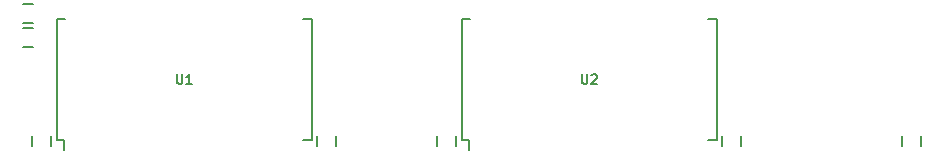
<source format=gto>
G04 #@! TF.GenerationSoftware,KiCad,Pcbnew,(5.1.10-1-10_14)*
G04 #@! TF.CreationDate,2021-07-02T01:33:12-04:00*
G04 #@! TF.ProjectId,GW4192-SOJ,47573431-3932-42d5-934f-4a2e6b696361,1.0-SOJ*
G04 #@! TF.SameCoordinates,Original*
G04 #@! TF.FileFunction,Legend,Top*
G04 #@! TF.FilePolarity,Positive*
%FSLAX46Y46*%
G04 Gerber Fmt 4.6, Leading zero omitted, Abs format (unit mm)*
G04 Created by KiCad (PCBNEW (5.1.10-1-10_14)) date 2021-07-02 01:33:12*
%MOMM*%
%LPD*%
G01*
G04 APERTURE LIST*
%ADD10C,0.152400*%
%ADD11C,0.200000*%
%ADD12C,0.203200*%
%ADD13C,0.952400*%
%ADD14C,1.448000*%
G04 APERTURE END LIST*
D10*
X118910000Y-94819100D02*
X118910000Y-95631900D01*
X117310000Y-94819100D02*
X117310000Y-95631900D01*
X107150000Y-94819100D02*
X107150000Y-95631900D01*
X108750000Y-94819100D02*
X108750000Y-95631900D01*
X141440000Y-94819100D02*
X141440000Y-95631900D01*
X143040000Y-94819100D02*
X143040000Y-95631900D01*
X83020000Y-95631900D02*
X83020000Y-94819100D01*
X84620000Y-95631900D02*
X84620000Y-94819100D01*
X158280000Y-95631900D02*
X158280000Y-94819100D01*
X156680000Y-95631900D02*
X156680000Y-94819100D01*
X83083400Y-87287000D02*
X82270600Y-87287000D01*
X83083400Y-85687000D02*
X82270600Y-85687000D01*
X82270600Y-85255000D02*
X83083400Y-85255000D01*
X82270600Y-83655000D02*
X83083400Y-83655000D01*
D11*
X85740000Y-95188000D02*
X85740000Y-96012000D01*
X106680000Y-95123000D02*
X106680000Y-84898000D01*
X85090000Y-95188000D02*
X85090000Y-84898000D01*
X106680000Y-95188000D02*
X105935000Y-95188000D01*
X106680000Y-84898000D02*
X105935000Y-84898000D01*
X85090000Y-84898000D02*
X85835000Y-84898000D01*
X85090000Y-95188000D02*
X85740000Y-95188000D01*
X119380000Y-95188000D02*
X120030000Y-95188000D01*
X119380000Y-84898000D02*
X120125000Y-84898000D01*
X140970000Y-84898000D02*
X140225000Y-84898000D01*
X140970000Y-95188000D02*
X140225000Y-95188000D01*
X119380000Y-95188000D02*
X119380000Y-84898000D01*
X140970000Y-95123000D02*
X140970000Y-84898000D01*
X120030000Y-95188000D02*
X120030000Y-96012000D01*
D12*
X95265723Y-89597895D02*
X95265723Y-90255876D01*
X95304428Y-90333285D01*
X95343133Y-90371990D01*
X95420542Y-90410695D01*
X95575361Y-90410695D01*
X95652771Y-90371990D01*
X95691476Y-90333285D01*
X95730180Y-90255876D01*
X95730180Y-89597895D01*
X96542980Y-90410695D02*
X96078523Y-90410695D01*
X96310752Y-90410695D02*
X96310752Y-89597895D01*
X96233342Y-89714009D01*
X96155933Y-89791419D01*
X96078523Y-89830123D01*
X129555723Y-89597895D02*
X129555723Y-90255876D01*
X129594428Y-90333285D01*
X129633133Y-90371990D01*
X129710542Y-90410695D01*
X129865361Y-90410695D01*
X129942771Y-90371990D01*
X129981476Y-90333285D01*
X130020180Y-90255876D01*
X130020180Y-89597895D01*
X130368523Y-89675304D02*
X130407228Y-89636600D01*
X130484638Y-89597895D01*
X130678161Y-89597895D01*
X130755571Y-89636600D01*
X130794276Y-89675304D01*
X130832980Y-89752714D01*
X130832980Y-89830123D01*
X130794276Y-89946238D01*
X130329819Y-90410695D01*
X130832980Y-90410695D01*
%LPC*%
G36*
G01*
X82854800Y-100939600D02*
X82854800Y-99212400D01*
G75*
G02*
X83337400Y-98729800I482600J0D01*
G01*
X84302600Y-98729800D01*
G75*
G02*
X84785200Y-99212400I0J-482600D01*
G01*
X84785200Y-100939600D01*
G75*
G02*
X84302600Y-101422200I-482600J0D01*
G01*
X83337400Y-101422200D01*
G75*
G02*
X82854800Y-100939600I0J482600D01*
G01*
G37*
G36*
G01*
X85394800Y-100939600D02*
X85394800Y-99212400D01*
G75*
G02*
X85877400Y-98729800I482600J0D01*
G01*
X86842600Y-98729800D01*
G75*
G02*
X87325200Y-99212400I0J-482600D01*
G01*
X87325200Y-100939600D01*
G75*
G02*
X86842600Y-101422200I-482600J0D01*
G01*
X85877400Y-101422200D01*
G75*
G02*
X85394800Y-100939600I0J482600D01*
G01*
G37*
D13*
X88900000Y-98806000D03*
G36*
G01*
X108254800Y-100939600D02*
X108254800Y-99212400D01*
G75*
G02*
X108737400Y-98729800I482600J0D01*
G01*
X109702600Y-98729800D01*
G75*
G02*
X110185200Y-99212400I0J-482600D01*
G01*
X110185200Y-100939600D01*
G75*
G02*
X109702600Y-101422200I-482600J0D01*
G01*
X108737400Y-101422200D01*
G75*
G02*
X108254800Y-100939600I0J482600D01*
G01*
G37*
G36*
G01*
X93014800Y-100939600D02*
X93014800Y-99212400D01*
G75*
G02*
X93497400Y-98729800I482600J0D01*
G01*
X94462600Y-98729800D01*
G75*
G02*
X94945200Y-99212400I0J-482600D01*
G01*
X94945200Y-100939600D01*
G75*
G02*
X94462600Y-101422200I-482600J0D01*
G01*
X93497400Y-101422200D01*
G75*
G02*
X93014800Y-100939600I0J482600D01*
G01*
G37*
G36*
G01*
X110794800Y-100939600D02*
X110794800Y-99212400D01*
G75*
G02*
X111277400Y-98729800I482600J0D01*
G01*
X112242600Y-98729800D01*
G75*
G02*
X112725200Y-99212400I0J-482600D01*
G01*
X112725200Y-100939600D01*
G75*
G02*
X112242600Y-101422200I-482600J0D01*
G01*
X111277400Y-101422200D01*
G75*
G02*
X110794800Y-100939600I0J482600D01*
G01*
G37*
G36*
G01*
X146354800Y-100939600D02*
X146354800Y-99212400D01*
G75*
G02*
X146837400Y-98729800I482600J0D01*
G01*
X147802600Y-98729800D01*
G75*
G02*
X148285200Y-99212400I0J-482600D01*
G01*
X148285200Y-100939600D01*
G75*
G02*
X147802600Y-101422200I-482600J0D01*
G01*
X146837400Y-101422200D01*
G75*
G02*
X146354800Y-100939600I0J482600D01*
G01*
G37*
G36*
G01*
X113334800Y-100939600D02*
X113334800Y-99212400D01*
G75*
G02*
X113817400Y-98729800I482600J0D01*
G01*
X114782600Y-98729800D01*
G75*
G02*
X115265200Y-99212400I0J-482600D01*
G01*
X115265200Y-100939600D01*
G75*
G02*
X114782600Y-101422200I-482600J0D01*
G01*
X113817400Y-101422200D01*
G75*
G02*
X113334800Y-100939600I0J482600D01*
G01*
G37*
G36*
G01*
X115874800Y-100939600D02*
X115874800Y-99212400D01*
G75*
G02*
X116357400Y-98729800I482600J0D01*
G01*
X117322600Y-98729800D01*
G75*
G02*
X117805200Y-99212400I0J-482600D01*
G01*
X117805200Y-100939600D01*
G75*
G02*
X117322600Y-101422200I-482600J0D01*
G01*
X116357400Y-101422200D01*
G75*
G02*
X115874800Y-100939600I0J482600D01*
G01*
G37*
G36*
G01*
X90474800Y-100939600D02*
X90474800Y-99212400D01*
G75*
G02*
X90957400Y-98729800I482600J0D01*
G01*
X91922600Y-98729800D01*
G75*
G02*
X92405200Y-99212400I0J-482600D01*
G01*
X92405200Y-100939600D01*
G75*
G02*
X91922600Y-101422200I-482600J0D01*
G01*
X90957400Y-101422200D01*
G75*
G02*
X90474800Y-100939600I0J482600D01*
G01*
G37*
G36*
G01*
X153974800Y-100939600D02*
X153974800Y-99212400D01*
G75*
G02*
X154457400Y-98729800I482600J0D01*
G01*
X155422600Y-98729800D01*
G75*
G02*
X155905200Y-99212400I0J-482600D01*
G01*
X155905200Y-100939600D01*
G75*
G02*
X155422600Y-101422200I-482600J0D01*
G01*
X154457400Y-101422200D01*
G75*
G02*
X153974800Y-100939600I0J482600D01*
G01*
G37*
G36*
G01*
X87934800Y-100939600D02*
X87934800Y-99212400D01*
G75*
G02*
X88417400Y-98729800I482600J0D01*
G01*
X89382600Y-98729800D01*
G75*
G02*
X89865200Y-99212400I0J-482600D01*
G01*
X89865200Y-100939600D01*
G75*
G02*
X89382600Y-101422200I-482600J0D01*
G01*
X88417400Y-101422200D01*
G75*
G02*
X87934800Y-100939600I0J482600D01*
G01*
G37*
G36*
G01*
X141274800Y-100939600D02*
X141274800Y-99212400D01*
G75*
G02*
X141757400Y-98729800I482600J0D01*
G01*
X142722600Y-98729800D01*
G75*
G02*
X143205200Y-99212400I0J-482600D01*
G01*
X143205200Y-100939600D01*
G75*
G02*
X142722600Y-101422200I-482600J0D01*
G01*
X141757400Y-101422200D01*
G75*
G02*
X141274800Y-100939600I0J482600D01*
G01*
G37*
G36*
G01*
X120954800Y-100939600D02*
X120954800Y-99212400D01*
G75*
G02*
X121437400Y-98729800I482600J0D01*
G01*
X122402600Y-98729800D01*
G75*
G02*
X122885200Y-99212400I0J-482600D01*
G01*
X122885200Y-100939600D01*
G75*
G02*
X122402600Y-101422200I-482600J0D01*
G01*
X121437400Y-101422200D01*
G75*
G02*
X120954800Y-100939600I0J482600D01*
G01*
G37*
G36*
G01*
X131114800Y-100939600D02*
X131114800Y-99212400D01*
G75*
G02*
X131597400Y-98729800I482600J0D01*
G01*
X132562600Y-98729800D01*
G75*
G02*
X133045200Y-99212400I0J-482600D01*
G01*
X133045200Y-100939600D01*
G75*
G02*
X132562600Y-101422200I-482600J0D01*
G01*
X131597400Y-101422200D01*
G75*
G02*
X131114800Y-100939600I0J482600D01*
G01*
G37*
G36*
G01*
X138734800Y-100939600D02*
X138734800Y-99212400D01*
G75*
G02*
X139217400Y-98729800I482600J0D01*
G01*
X140182600Y-98729800D01*
G75*
G02*
X140665200Y-99212400I0J-482600D01*
G01*
X140665200Y-100939600D01*
G75*
G02*
X140182600Y-101422200I-482600J0D01*
G01*
X139217400Y-101422200D01*
G75*
G02*
X138734800Y-100939600I0J482600D01*
G01*
G37*
G36*
G01*
X103174800Y-100939600D02*
X103174800Y-99212400D01*
G75*
G02*
X103657400Y-98729800I482600J0D01*
G01*
X104622600Y-98729800D01*
G75*
G02*
X105105200Y-99212400I0J-482600D01*
G01*
X105105200Y-100939600D01*
G75*
G02*
X104622600Y-101422200I-482600J0D01*
G01*
X103657400Y-101422200D01*
G75*
G02*
X103174800Y-100939600I0J482600D01*
G01*
G37*
G36*
G01*
X126034800Y-100939600D02*
X126034800Y-99212400D01*
G75*
G02*
X126517400Y-98729800I482600J0D01*
G01*
X127482600Y-98729800D01*
G75*
G02*
X127965200Y-99212400I0J-482600D01*
G01*
X127965200Y-100939600D01*
G75*
G02*
X127482600Y-101422200I-482600J0D01*
G01*
X126517400Y-101422200D01*
G75*
G02*
X126034800Y-100939600I0J482600D01*
G01*
G37*
G36*
G01*
X133654800Y-100939600D02*
X133654800Y-99212400D01*
G75*
G02*
X134137400Y-98729800I482600J0D01*
G01*
X135102600Y-98729800D01*
G75*
G02*
X135585200Y-99212400I0J-482600D01*
G01*
X135585200Y-100939600D01*
G75*
G02*
X135102600Y-101422200I-482600J0D01*
G01*
X134137400Y-101422200D01*
G75*
G02*
X133654800Y-100939600I0J482600D01*
G01*
G37*
G36*
G01*
X128574800Y-100939600D02*
X128574800Y-99212400D01*
G75*
G02*
X129057400Y-98729800I482600J0D01*
G01*
X130022600Y-98729800D01*
G75*
G02*
X130505200Y-99212400I0J-482600D01*
G01*
X130505200Y-100939600D01*
G75*
G02*
X130022600Y-101422200I-482600J0D01*
G01*
X129057400Y-101422200D01*
G75*
G02*
X128574800Y-100939600I0J482600D01*
G01*
G37*
G36*
G01*
X105714800Y-100939600D02*
X105714800Y-99212400D01*
G75*
G02*
X106197400Y-98729800I482600J0D01*
G01*
X107162600Y-98729800D01*
G75*
G02*
X107645200Y-99212400I0J-482600D01*
G01*
X107645200Y-100939600D01*
G75*
G02*
X107162600Y-101422200I-482600J0D01*
G01*
X106197400Y-101422200D01*
G75*
G02*
X105714800Y-100939600I0J482600D01*
G01*
G37*
G36*
G01*
X136194800Y-100939600D02*
X136194800Y-99212400D01*
G75*
G02*
X136677400Y-98729800I482600J0D01*
G01*
X137642600Y-98729800D01*
G75*
G02*
X138125200Y-99212400I0J-482600D01*
G01*
X138125200Y-100939600D01*
G75*
G02*
X137642600Y-101422200I-482600J0D01*
G01*
X136677400Y-101422200D01*
G75*
G02*
X136194800Y-100939600I0J482600D01*
G01*
G37*
G36*
G01*
X95554800Y-100939600D02*
X95554800Y-99212400D01*
G75*
G02*
X96037400Y-98729800I482600J0D01*
G01*
X97002600Y-98729800D01*
G75*
G02*
X97485200Y-99212400I0J-482600D01*
G01*
X97485200Y-100939600D01*
G75*
G02*
X97002600Y-101422200I-482600J0D01*
G01*
X96037400Y-101422200D01*
G75*
G02*
X95554800Y-100939600I0J482600D01*
G01*
G37*
G36*
G01*
X123494800Y-100939600D02*
X123494800Y-99212400D01*
G75*
G02*
X123977400Y-98729800I482600J0D01*
G01*
X124942600Y-98729800D01*
G75*
G02*
X125425200Y-99212400I0J-482600D01*
G01*
X125425200Y-100939600D01*
G75*
G02*
X124942600Y-101422200I-482600J0D01*
G01*
X123977400Y-101422200D01*
G75*
G02*
X123494800Y-100939600I0J482600D01*
G01*
G37*
G36*
G01*
X98094800Y-100939600D02*
X98094800Y-99212400D01*
G75*
G02*
X98577400Y-98729800I482600J0D01*
G01*
X99542600Y-98729800D01*
G75*
G02*
X100025200Y-99212400I0J-482600D01*
G01*
X100025200Y-100939600D01*
G75*
G02*
X99542600Y-101422200I-482600J0D01*
G01*
X98577400Y-101422200D01*
G75*
G02*
X98094800Y-100939600I0J482600D01*
G01*
G37*
G36*
G01*
X100634800Y-100939600D02*
X100634800Y-99212400D01*
G75*
G02*
X101117400Y-98729800I482600J0D01*
G01*
X102082600Y-98729800D01*
G75*
G02*
X102565200Y-99212400I0J-482600D01*
G01*
X102565200Y-100939600D01*
G75*
G02*
X102082600Y-101422200I-482600J0D01*
G01*
X101117400Y-101422200D01*
G75*
G02*
X100634800Y-100939600I0J482600D01*
G01*
G37*
G36*
G01*
X148894800Y-100939600D02*
X148894800Y-99212400D01*
G75*
G02*
X149377400Y-98729800I482600J0D01*
G01*
X150342600Y-98729800D01*
G75*
G02*
X150825200Y-99212400I0J-482600D01*
G01*
X150825200Y-100939600D01*
G75*
G02*
X150342600Y-101422200I-482600J0D01*
G01*
X149377400Y-101422200D01*
G75*
G02*
X148894800Y-100939600I0J482600D01*
G01*
G37*
G36*
G01*
X151434800Y-100939600D02*
X151434800Y-99212400D01*
G75*
G02*
X151917400Y-98729800I482600J0D01*
G01*
X152882600Y-98729800D01*
G75*
G02*
X153365200Y-99212400I0J-482600D01*
G01*
X153365200Y-100939600D01*
G75*
G02*
X152882600Y-101422200I-482600J0D01*
G01*
X151917400Y-101422200D01*
G75*
G02*
X151434800Y-100939600I0J482600D01*
G01*
G37*
G36*
G01*
X156514800Y-100939600D02*
X156514800Y-99212400D01*
G75*
G02*
X156997400Y-98729800I482600J0D01*
G01*
X157962600Y-98729800D01*
G75*
G02*
X158445200Y-99212400I0J-482600D01*
G01*
X158445200Y-100939600D01*
G75*
G02*
X157962600Y-101422200I-482600J0D01*
G01*
X156997400Y-101422200D01*
G75*
G02*
X156514800Y-100939600I0J482600D01*
G01*
G37*
G36*
G01*
X118414800Y-100939600D02*
X118414800Y-99212400D01*
G75*
G02*
X118897400Y-98729800I482600J0D01*
G01*
X119862600Y-98729800D01*
G75*
G02*
X120345200Y-99212400I0J-482600D01*
G01*
X120345200Y-100939600D01*
G75*
G02*
X119862600Y-101422200I-482600J0D01*
G01*
X118897400Y-101422200D01*
G75*
G02*
X118414800Y-100939600I0J482600D01*
G01*
G37*
G36*
G01*
X143814800Y-100939600D02*
X143814800Y-99212400D01*
G75*
G02*
X144297400Y-98729800I482600J0D01*
G01*
X145262600Y-98729800D01*
G75*
G02*
X145745200Y-99212400I0J-482600D01*
G01*
X145745200Y-100939600D01*
G75*
G02*
X145262600Y-101422200I-482600J0D01*
G01*
X144297400Y-101422200D01*
G75*
G02*
X143814800Y-100939600I0J482600D01*
G01*
G37*
X86360000Y-98806000D03*
X83820000Y-98806000D03*
X93980000Y-98806000D03*
X91440000Y-98806000D03*
X96520000Y-98806000D03*
X99060000Y-98806000D03*
X104140000Y-98806000D03*
X101600000Y-98806000D03*
X109220000Y-98806000D03*
X106680000Y-98806000D03*
X111760000Y-98806000D03*
X116840000Y-98806000D03*
X114300000Y-98806000D03*
X119380000Y-98806000D03*
X124460000Y-98806000D03*
X121920000Y-98806000D03*
X127000000Y-98806000D03*
X149860000Y-98806000D03*
X147320000Y-98806000D03*
X152400000Y-98806000D03*
X134620000Y-98806000D03*
X132080000Y-98806000D03*
X137160000Y-98806000D03*
X142240000Y-98806000D03*
X139700000Y-98806000D03*
X144780000Y-98806000D03*
X129540000Y-98806000D03*
X154940000Y-98806000D03*
X157480000Y-98806000D03*
D14*
X163576000Y-100076000D03*
X79756000Y-100076000D03*
X163576000Y-82296000D03*
G36*
G01*
X117647500Y-95500500D02*
X118572500Y-95500500D01*
G75*
G02*
X118860000Y-95788000I0J-287500D01*
G01*
X118860000Y-96363000D01*
G75*
G02*
X118572500Y-96650500I-287500J0D01*
G01*
X117647500Y-96650500D01*
G75*
G02*
X117360000Y-96363000I0J287500D01*
G01*
X117360000Y-95788000D01*
G75*
G02*
X117647500Y-95500500I287500J0D01*
G01*
G37*
G36*
G01*
X117647500Y-93800500D02*
X118572500Y-93800500D01*
G75*
G02*
X118860000Y-94088000I0J-287500D01*
G01*
X118860000Y-94663000D01*
G75*
G02*
X118572500Y-94950500I-287500J0D01*
G01*
X117647500Y-94950500D01*
G75*
G02*
X117360000Y-94663000I0J287500D01*
G01*
X117360000Y-94088000D01*
G75*
G02*
X117647500Y-93800500I287500J0D01*
G01*
G37*
G36*
G01*
X107487500Y-93800500D02*
X108412500Y-93800500D01*
G75*
G02*
X108700000Y-94088000I0J-287500D01*
G01*
X108700000Y-94663000D01*
G75*
G02*
X108412500Y-94950500I-287500J0D01*
G01*
X107487500Y-94950500D01*
G75*
G02*
X107200000Y-94663000I0J287500D01*
G01*
X107200000Y-94088000D01*
G75*
G02*
X107487500Y-93800500I287500J0D01*
G01*
G37*
G36*
G01*
X107487500Y-95500500D02*
X108412500Y-95500500D01*
G75*
G02*
X108700000Y-95788000I0J-287500D01*
G01*
X108700000Y-96363000D01*
G75*
G02*
X108412500Y-96650500I-287500J0D01*
G01*
X107487500Y-96650500D01*
G75*
G02*
X107200000Y-96363000I0J287500D01*
G01*
X107200000Y-95788000D01*
G75*
G02*
X107487500Y-95500500I287500J0D01*
G01*
G37*
G36*
G01*
X141777500Y-93800500D02*
X142702500Y-93800500D01*
G75*
G02*
X142990000Y-94088000I0J-287500D01*
G01*
X142990000Y-94663000D01*
G75*
G02*
X142702500Y-94950500I-287500J0D01*
G01*
X141777500Y-94950500D01*
G75*
G02*
X141490000Y-94663000I0J287500D01*
G01*
X141490000Y-94088000D01*
G75*
G02*
X141777500Y-93800500I287500J0D01*
G01*
G37*
G36*
G01*
X141777500Y-95500500D02*
X142702500Y-95500500D01*
G75*
G02*
X142990000Y-95788000I0J-287500D01*
G01*
X142990000Y-96363000D01*
G75*
G02*
X142702500Y-96650500I-287500J0D01*
G01*
X141777500Y-96650500D01*
G75*
G02*
X141490000Y-96363000I0J287500D01*
G01*
X141490000Y-95788000D01*
G75*
G02*
X141777500Y-95500500I287500J0D01*
G01*
G37*
G36*
G01*
X84282500Y-94950500D02*
X83357500Y-94950500D01*
G75*
G02*
X83070000Y-94663000I0J287500D01*
G01*
X83070000Y-94088000D01*
G75*
G02*
X83357500Y-93800500I287500J0D01*
G01*
X84282500Y-93800500D01*
G75*
G02*
X84570000Y-94088000I0J-287500D01*
G01*
X84570000Y-94663000D01*
G75*
G02*
X84282500Y-94950500I-287500J0D01*
G01*
G37*
G36*
G01*
X84282500Y-96650500D02*
X83357500Y-96650500D01*
G75*
G02*
X83070000Y-96363000I0J287500D01*
G01*
X83070000Y-95788000D01*
G75*
G02*
X83357500Y-95500500I287500J0D01*
G01*
X84282500Y-95500500D01*
G75*
G02*
X84570000Y-95788000I0J-287500D01*
G01*
X84570000Y-96363000D01*
G75*
G02*
X84282500Y-96650500I-287500J0D01*
G01*
G37*
G36*
G01*
X157942500Y-96650500D02*
X157017500Y-96650500D01*
G75*
G02*
X156730000Y-96363000I0J287500D01*
G01*
X156730000Y-95788000D01*
G75*
G02*
X157017500Y-95500500I287500J0D01*
G01*
X157942500Y-95500500D01*
G75*
G02*
X158230000Y-95788000I0J-287500D01*
G01*
X158230000Y-96363000D01*
G75*
G02*
X157942500Y-96650500I-287500J0D01*
G01*
G37*
G36*
G01*
X157942500Y-94950500D02*
X157017500Y-94950500D01*
G75*
G02*
X156730000Y-94663000I0J287500D01*
G01*
X156730000Y-94088000D01*
G75*
G02*
X157017500Y-93800500I287500J0D01*
G01*
X157942500Y-93800500D01*
G75*
G02*
X158230000Y-94088000I0J-287500D01*
G01*
X158230000Y-94663000D01*
G75*
G02*
X157942500Y-94950500I-287500J0D01*
G01*
G37*
G36*
G01*
X82202000Y-85974500D02*
X82202000Y-86999500D01*
G75*
G02*
X81964500Y-87237000I-237500J0D01*
G01*
X81489500Y-87237000D01*
G75*
G02*
X81252000Y-86999500I0J237500D01*
G01*
X81252000Y-85974500D01*
G75*
G02*
X81489500Y-85737000I237500J0D01*
G01*
X81964500Y-85737000D01*
G75*
G02*
X82202000Y-85974500I0J-237500D01*
G01*
G37*
G36*
G01*
X84102000Y-85974500D02*
X84102000Y-86999500D01*
G75*
G02*
X83864500Y-87237000I-237500J0D01*
G01*
X83389500Y-87237000D01*
G75*
G02*
X83152000Y-86999500I0J237500D01*
G01*
X83152000Y-85974500D01*
G75*
G02*
X83389500Y-85737000I237500J0D01*
G01*
X83864500Y-85737000D01*
G75*
G02*
X84102000Y-85974500I0J-237500D01*
G01*
G37*
G36*
G01*
X81252000Y-84967500D02*
X81252000Y-83942500D01*
G75*
G02*
X81489500Y-83705000I237500J0D01*
G01*
X81964500Y-83705000D01*
G75*
G02*
X82202000Y-83942500I0J-237500D01*
G01*
X82202000Y-84967500D01*
G75*
G02*
X81964500Y-85205000I-237500J0D01*
G01*
X81489500Y-85205000D01*
G75*
G02*
X81252000Y-84967500I0J237500D01*
G01*
G37*
G36*
G01*
X83152000Y-84967500D02*
X83152000Y-83942500D01*
G75*
G02*
X83389500Y-83705000I237500J0D01*
G01*
X83864500Y-83705000D01*
G75*
G02*
X84102000Y-83942500I0J-237500D01*
G01*
X84102000Y-84967500D01*
G75*
G02*
X83864500Y-85205000I-237500J0D01*
G01*
X83389500Y-85205000D01*
G75*
G02*
X83152000Y-84967500I0J237500D01*
G01*
G37*
X77724000Y-82296000D03*
G36*
G01*
X86535000Y-87172000D02*
X86185000Y-87172000D01*
G75*
G02*
X86010000Y-86997000I0J175000D01*
G01*
X86010000Y-84199000D01*
G75*
G02*
X86185000Y-84024000I175000J0D01*
G01*
X86535000Y-84024000D01*
G75*
G02*
X86710000Y-84199000I0J-175000D01*
G01*
X86710000Y-86997000D01*
G75*
G02*
X86535000Y-87172000I-175000J0D01*
G01*
G37*
G36*
G01*
X87805000Y-87172000D02*
X87455000Y-87172000D01*
G75*
G02*
X87280000Y-86997000I0J175000D01*
G01*
X87280000Y-84199000D01*
G75*
G02*
X87455000Y-84024000I175000J0D01*
G01*
X87805000Y-84024000D01*
G75*
G02*
X87980000Y-84199000I0J-175000D01*
G01*
X87980000Y-86997000D01*
G75*
G02*
X87805000Y-87172000I-175000J0D01*
G01*
G37*
G36*
G01*
X89075000Y-87172000D02*
X88725000Y-87172000D01*
G75*
G02*
X88550000Y-86997000I0J175000D01*
G01*
X88550000Y-84199000D01*
G75*
G02*
X88725000Y-84024000I175000J0D01*
G01*
X89075000Y-84024000D01*
G75*
G02*
X89250000Y-84199000I0J-175000D01*
G01*
X89250000Y-86997000D01*
G75*
G02*
X89075000Y-87172000I-175000J0D01*
G01*
G37*
G36*
G01*
X90345000Y-87172000D02*
X89995000Y-87172000D01*
G75*
G02*
X89820000Y-86997000I0J175000D01*
G01*
X89820000Y-84199000D01*
G75*
G02*
X89995000Y-84024000I175000J0D01*
G01*
X90345000Y-84024000D01*
G75*
G02*
X90520000Y-84199000I0J-175000D01*
G01*
X90520000Y-86997000D01*
G75*
G02*
X90345000Y-87172000I-175000J0D01*
G01*
G37*
G36*
G01*
X101425000Y-84024000D02*
X101775000Y-84024000D01*
G75*
G02*
X101950000Y-84199000I0J-175000D01*
G01*
X101950000Y-86997000D01*
G75*
G02*
X101775000Y-87172000I-175000J0D01*
G01*
X101425000Y-87172000D01*
G75*
G02*
X101250000Y-86997000I0J175000D01*
G01*
X101250000Y-84199000D01*
G75*
G02*
X101425000Y-84024000I175000J0D01*
G01*
G37*
G36*
G01*
X102695000Y-84024000D02*
X103045000Y-84024000D01*
G75*
G02*
X103220000Y-84199000I0J-175000D01*
G01*
X103220000Y-86997000D01*
G75*
G02*
X103045000Y-87172000I-175000J0D01*
G01*
X102695000Y-87172000D01*
G75*
G02*
X102520000Y-86997000I0J175000D01*
G01*
X102520000Y-84199000D01*
G75*
G02*
X102695000Y-84024000I175000J0D01*
G01*
G37*
G36*
G01*
X103965000Y-84024000D02*
X104315000Y-84024000D01*
G75*
G02*
X104490000Y-84199000I0J-175000D01*
G01*
X104490000Y-86997000D01*
G75*
G02*
X104315000Y-87172000I-175000J0D01*
G01*
X103965000Y-87172000D01*
G75*
G02*
X103790000Y-86997000I0J175000D01*
G01*
X103790000Y-84199000D01*
G75*
G02*
X103965000Y-84024000I175000J0D01*
G01*
G37*
G36*
G01*
X105235000Y-84024000D02*
X105585000Y-84024000D01*
G75*
G02*
X105760000Y-84199000I0J-175000D01*
G01*
X105760000Y-86997000D01*
G75*
G02*
X105585000Y-87172000I-175000J0D01*
G01*
X105235000Y-87172000D01*
G75*
G02*
X105060000Y-86997000I0J175000D01*
G01*
X105060000Y-84199000D01*
G75*
G02*
X105235000Y-84024000I175000J0D01*
G01*
G37*
G36*
G01*
X105585000Y-96062000D02*
X105235000Y-96062000D01*
G75*
G02*
X105060000Y-95887000I0J175000D01*
G01*
X105060000Y-93089000D01*
G75*
G02*
X105235000Y-92914000I175000J0D01*
G01*
X105585000Y-92914000D01*
G75*
G02*
X105760000Y-93089000I0J-175000D01*
G01*
X105760000Y-95887000D01*
G75*
G02*
X105585000Y-96062000I-175000J0D01*
G01*
G37*
G36*
G01*
X104315000Y-96062000D02*
X103965000Y-96062000D01*
G75*
G02*
X103790000Y-95887000I0J175000D01*
G01*
X103790000Y-93089000D01*
G75*
G02*
X103965000Y-92914000I175000J0D01*
G01*
X104315000Y-92914000D01*
G75*
G02*
X104490000Y-93089000I0J-175000D01*
G01*
X104490000Y-95887000D01*
G75*
G02*
X104315000Y-96062000I-175000J0D01*
G01*
G37*
G36*
G01*
X94155000Y-96062000D02*
X93805000Y-96062000D01*
G75*
G02*
X93630000Y-95887000I0J175000D01*
G01*
X93630000Y-93089000D01*
G75*
G02*
X93805000Y-92914000I175000J0D01*
G01*
X94155000Y-92914000D01*
G75*
G02*
X94330000Y-93089000I0J-175000D01*
G01*
X94330000Y-95887000D01*
G75*
G02*
X94155000Y-96062000I-175000J0D01*
G01*
G37*
G36*
G01*
X94155000Y-87172000D02*
X93805000Y-87172000D01*
G75*
G02*
X93630000Y-86997000I0J175000D01*
G01*
X93630000Y-84199000D01*
G75*
G02*
X93805000Y-84024000I175000J0D01*
G01*
X94155000Y-84024000D01*
G75*
G02*
X94330000Y-84199000I0J-175000D01*
G01*
X94330000Y-86997000D01*
G75*
G02*
X94155000Y-87172000I-175000J0D01*
G01*
G37*
G36*
G01*
X95425000Y-87172000D02*
X95075000Y-87172000D01*
G75*
G02*
X94900000Y-86997000I0J175000D01*
G01*
X94900000Y-84199000D01*
G75*
G02*
X95075000Y-84024000I175000J0D01*
G01*
X95425000Y-84024000D01*
G75*
G02*
X95600000Y-84199000I0J-175000D01*
G01*
X95600000Y-86997000D01*
G75*
G02*
X95425000Y-87172000I-175000J0D01*
G01*
G37*
G36*
G01*
X96695000Y-87172000D02*
X96345000Y-87172000D01*
G75*
G02*
X96170000Y-86997000I0J175000D01*
G01*
X96170000Y-84199000D01*
G75*
G02*
X96345000Y-84024000I175000J0D01*
G01*
X96695000Y-84024000D01*
G75*
G02*
X96870000Y-84199000I0J-175000D01*
G01*
X96870000Y-86997000D01*
G75*
G02*
X96695000Y-87172000I-175000J0D01*
G01*
G37*
G36*
G01*
X97965000Y-87172000D02*
X97615000Y-87172000D01*
G75*
G02*
X97440000Y-86997000I0J175000D01*
G01*
X97440000Y-84199000D01*
G75*
G02*
X97615000Y-84024000I175000J0D01*
G01*
X97965000Y-84024000D01*
G75*
G02*
X98140000Y-84199000I0J-175000D01*
G01*
X98140000Y-86997000D01*
G75*
G02*
X97965000Y-87172000I-175000J0D01*
G01*
G37*
G36*
G01*
X99235000Y-87172000D02*
X98885000Y-87172000D01*
G75*
G02*
X98710000Y-86997000I0J175000D01*
G01*
X98710000Y-84199000D01*
G75*
G02*
X98885000Y-84024000I175000J0D01*
G01*
X99235000Y-84024000D01*
G75*
G02*
X99410000Y-84199000I0J-175000D01*
G01*
X99410000Y-86997000D01*
G75*
G02*
X99235000Y-87172000I-175000J0D01*
G01*
G37*
G36*
G01*
X101775000Y-96062000D02*
X101425000Y-96062000D01*
G75*
G02*
X101250000Y-95887000I0J175000D01*
G01*
X101250000Y-93089000D01*
G75*
G02*
X101425000Y-92914000I175000J0D01*
G01*
X101775000Y-92914000D01*
G75*
G02*
X101950000Y-93089000I0J-175000D01*
G01*
X101950000Y-95887000D01*
G75*
G02*
X101775000Y-96062000I-175000J0D01*
G01*
G37*
G36*
G01*
X100505000Y-96062000D02*
X100155000Y-96062000D01*
G75*
G02*
X99980000Y-95887000I0J175000D01*
G01*
X99980000Y-93089000D01*
G75*
G02*
X100155000Y-92914000I175000J0D01*
G01*
X100505000Y-92914000D01*
G75*
G02*
X100680000Y-93089000I0J-175000D01*
G01*
X100680000Y-95887000D01*
G75*
G02*
X100505000Y-96062000I-175000J0D01*
G01*
G37*
G36*
G01*
X99235000Y-96062000D02*
X98885000Y-96062000D01*
G75*
G02*
X98710000Y-95887000I0J175000D01*
G01*
X98710000Y-93089000D01*
G75*
G02*
X98885000Y-92914000I175000J0D01*
G01*
X99235000Y-92914000D01*
G75*
G02*
X99410000Y-93089000I0J-175000D01*
G01*
X99410000Y-95887000D01*
G75*
G02*
X99235000Y-96062000I-175000J0D01*
G01*
G37*
G36*
G01*
X97965000Y-96062000D02*
X97615000Y-96062000D01*
G75*
G02*
X97440000Y-95887000I0J175000D01*
G01*
X97440000Y-93089000D01*
G75*
G02*
X97615000Y-92914000I175000J0D01*
G01*
X97965000Y-92914000D01*
G75*
G02*
X98140000Y-93089000I0J-175000D01*
G01*
X98140000Y-95887000D01*
G75*
G02*
X97965000Y-96062000I-175000J0D01*
G01*
G37*
G36*
G01*
X96695000Y-96062000D02*
X96345000Y-96062000D01*
G75*
G02*
X96170000Y-95887000I0J175000D01*
G01*
X96170000Y-93089000D01*
G75*
G02*
X96345000Y-92914000I175000J0D01*
G01*
X96695000Y-92914000D01*
G75*
G02*
X96870000Y-93089000I0J-175000D01*
G01*
X96870000Y-95887000D01*
G75*
G02*
X96695000Y-96062000I-175000J0D01*
G01*
G37*
G36*
G01*
X91615000Y-96062000D02*
X91265000Y-96062000D01*
G75*
G02*
X91090000Y-95887000I0J175000D01*
G01*
X91090000Y-93089000D01*
G75*
G02*
X91265000Y-92914000I175000J0D01*
G01*
X91615000Y-92914000D01*
G75*
G02*
X91790000Y-93089000I0J-175000D01*
G01*
X91790000Y-95887000D01*
G75*
G02*
X91615000Y-96062000I-175000J0D01*
G01*
G37*
G36*
G01*
X90345000Y-96062000D02*
X89995000Y-96062000D01*
G75*
G02*
X89820000Y-95887000I0J175000D01*
G01*
X89820000Y-93089000D01*
G75*
G02*
X89995000Y-92914000I175000J0D01*
G01*
X90345000Y-92914000D01*
G75*
G02*
X90520000Y-93089000I0J-175000D01*
G01*
X90520000Y-95887000D01*
G75*
G02*
X90345000Y-96062000I-175000J0D01*
G01*
G37*
G36*
G01*
X89075000Y-96062000D02*
X88725000Y-96062000D01*
G75*
G02*
X88550000Y-95887000I0J175000D01*
G01*
X88550000Y-93089000D01*
G75*
G02*
X88725000Y-92914000I175000J0D01*
G01*
X89075000Y-92914000D01*
G75*
G02*
X89250000Y-93089000I0J-175000D01*
G01*
X89250000Y-95887000D01*
G75*
G02*
X89075000Y-96062000I-175000J0D01*
G01*
G37*
G36*
G01*
X87805000Y-96062000D02*
X87455000Y-96062000D01*
G75*
G02*
X87280000Y-95887000I0J175000D01*
G01*
X87280000Y-93089000D01*
G75*
G02*
X87455000Y-92914000I175000J0D01*
G01*
X87805000Y-92914000D01*
G75*
G02*
X87980000Y-93089000I0J-175000D01*
G01*
X87980000Y-95887000D01*
G75*
G02*
X87805000Y-96062000I-175000J0D01*
G01*
G37*
G36*
G01*
X86535000Y-96062000D02*
X86185000Y-96062000D01*
G75*
G02*
X86010000Y-95887000I0J175000D01*
G01*
X86010000Y-93089000D01*
G75*
G02*
X86185000Y-92914000I175000J0D01*
G01*
X86535000Y-92914000D01*
G75*
G02*
X86710000Y-93089000I0J-175000D01*
G01*
X86710000Y-95887000D01*
G75*
G02*
X86535000Y-96062000I-175000J0D01*
G01*
G37*
G36*
G01*
X100505000Y-87172000D02*
X100155000Y-87172000D01*
G75*
G02*
X99980000Y-86997000I0J175000D01*
G01*
X99980000Y-84199000D01*
G75*
G02*
X100155000Y-84024000I175000J0D01*
G01*
X100505000Y-84024000D01*
G75*
G02*
X100680000Y-84199000I0J-175000D01*
G01*
X100680000Y-86997000D01*
G75*
G02*
X100505000Y-87172000I-175000J0D01*
G01*
G37*
G36*
G01*
X92885000Y-96062000D02*
X92535000Y-96062000D01*
G75*
G02*
X92360000Y-95887000I0J175000D01*
G01*
X92360000Y-93089000D01*
G75*
G02*
X92535000Y-92914000I175000J0D01*
G01*
X92885000Y-92914000D01*
G75*
G02*
X93060000Y-93089000I0J-175000D01*
G01*
X93060000Y-95887000D01*
G75*
G02*
X92885000Y-96062000I-175000J0D01*
G01*
G37*
G36*
G01*
X95425000Y-96062000D02*
X95075000Y-96062000D01*
G75*
G02*
X94900000Y-95887000I0J175000D01*
G01*
X94900000Y-93089000D01*
G75*
G02*
X95075000Y-92914000I175000J0D01*
G01*
X95425000Y-92914000D01*
G75*
G02*
X95600000Y-93089000I0J-175000D01*
G01*
X95600000Y-95887000D01*
G75*
G02*
X95425000Y-96062000I-175000J0D01*
G01*
G37*
G36*
G01*
X103045000Y-96062000D02*
X102695000Y-96062000D01*
G75*
G02*
X102520000Y-95887000I0J175000D01*
G01*
X102520000Y-93089000D01*
G75*
G02*
X102695000Y-92914000I175000J0D01*
G01*
X103045000Y-92914000D01*
G75*
G02*
X103220000Y-93089000I0J-175000D01*
G01*
X103220000Y-95887000D01*
G75*
G02*
X103045000Y-96062000I-175000J0D01*
G01*
G37*
G36*
G01*
X92885000Y-87172000D02*
X92535000Y-87172000D01*
G75*
G02*
X92360000Y-86997000I0J175000D01*
G01*
X92360000Y-84199000D01*
G75*
G02*
X92535000Y-84024000I175000J0D01*
G01*
X92885000Y-84024000D01*
G75*
G02*
X93060000Y-84199000I0J-175000D01*
G01*
X93060000Y-86997000D01*
G75*
G02*
X92885000Y-87172000I-175000J0D01*
G01*
G37*
G36*
G01*
X91615000Y-87172000D02*
X91265000Y-87172000D01*
G75*
G02*
X91090000Y-86997000I0J175000D01*
G01*
X91090000Y-84199000D01*
G75*
G02*
X91265000Y-84024000I175000J0D01*
G01*
X91615000Y-84024000D01*
G75*
G02*
X91790000Y-84199000I0J-175000D01*
G01*
X91790000Y-86997000D01*
G75*
G02*
X91615000Y-87172000I-175000J0D01*
G01*
G37*
G36*
G01*
X125905000Y-87172000D02*
X125555000Y-87172000D01*
G75*
G02*
X125380000Y-86997000I0J175000D01*
G01*
X125380000Y-84199000D01*
G75*
G02*
X125555000Y-84024000I175000J0D01*
G01*
X125905000Y-84024000D01*
G75*
G02*
X126080000Y-84199000I0J-175000D01*
G01*
X126080000Y-86997000D01*
G75*
G02*
X125905000Y-87172000I-175000J0D01*
G01*
G37*
G36*
G01*
X127175000Y-87172000D02*
X126825000Y-87172000D01*
G75*
G02*
X126650000Y-86997000I0J175000D01*
G01*
X126650000Y-84199000D01*
G75*
G02*
X126825000Y-84024000I175000J0D01*
G01*
X127175000Y-84024000D01*
G75*
G02*
X127350000Y-84199000I0J-175000D01*
G01*
X127350000Y-86997000D01*
G75*
G02*
X127175000Y-87172000I-175000J0D01*
G01*
G37*
G36*
G01*
X137335000Y-96062000D02*
X136985000Y-96062000D01*
G75*
G02*
X136810000Y-95887000I0J175000D01*
G01*
X136810000Y-93089000D01*
G75*
G02*
X136985000Y-92914000I175000J0D01*
G01*
X137335000Y-92914000D01*
G75*
G02*
X137510000Y-93089000I0J-175000D01*
G01*
X137510000Y-95887000D01*
G75*
G02*
X137335000Y-96062000I-175000J0D01*
G01*
G37*
G36*
G01*
X129715000Y-96062000D02*
X129365000Y-96062000D01*
G75*
G02*
X129190000Y-95887000I0J175000D01*
G01*
X129190000Y-93089000D01*
G75*
G02*
X129365000Y-92914000I175000J0D01*
G01*
X129715000Y-92914000D01*
G75*
G02*
X129890000Y-93089000I0J-175000D01*
G01*
X129890000Y-95887000D01*
G75*
G02*
X129715000Y-96062000I-175000J0D01*
G01*
G37*
G36*
G01*
X127175000Y-96062000D02*
X126825000Y-96062000D01*
G75*
G02*
X126650000Y-95887000I0J175000D01*
G01*
X126650000Y-93089000D01*
G75*
G02*
X126825000Y-92914000I175000J0D01*
G01*
X127175000Y-92914000D01*
G75*
G02*
X127350000Y-93089000I0J-175000D01*
G01*
X127350000Y-95887000D01*
G75*
G02*
X127175000Y-96062000I-175000J0D01*
G01*
G37*
G36*
G01*
X134795000Y-87172000D02*
X134445000Y-87172000D01*
G75*
G02*
X134270000Y-86997000I0J175000D01*
G01*
X134270000Y-84199000D01*
G75*
G02*
X134445000Y-84024000I175000J0D01*
G01*
X134795000Y-84024000D01*
G75*
G02*
X134970000Y-84199000I0J-175000D01*
G01*
X134970000Y-86997000D01*
G75*
G02*
X134795000Y-87172000I-175000J0D01*
G01*
G37*
G36*
G01*
X120825000Y-96062000D02*
X120475000Y-96062000D01*
G75*
G02*
X120300000Y-95887000I0J175000D01*
G01*
X120300000Y-93089000D01*
G75*
G02*
X120475000Y-92914000I175000J0D01*
G01*
X120825000Y-92914000D01*
G75*
G02*
X121000000Y-93089000I0J-175000D01*
G01*
X121000000Y-95887000D01*
G75*
G02*
X120825000Y-96062000I-175000J0D01*
G01*
G37*
G36*
G01*
X122095000Y-96062000D02*
X121745000Y-96062000D01*
G75*
G02*
X121570000Y-95887000I0J175000D01*
G01*
X121570000Y-93089000D01*
G75*
G02*
X121745000Y-92914000I175000J0D01*
G01*
X122095000Y-92914000D01*
G75*
G02*
X122270000Y-93089000I0J-175000D01*
G01*
X122270000Y-95887000D01*
G75*
G02*
X122095000Y-96062000I-175000J0D01*
G01*
G37*
G36*
G01*
X123365000Y-96062000D02*
X123015000Y-96062000D01*
G75*
G02*
X122840000Y-95887000I0J175000D01*
G01*
X122840000Y-93089000D01*
G75*
G02*
X123015000Y-92914000I175000J0D01*
G01*
X123365000Y-92914000D01*
G75*
G02*
X123540000Y-93089000I0J-175000D01*
G01*
X123540000Y-95887000D01*
G75*
G02*
X123365000Y-96062000I-175000J0D01*
G01*
G37*
G36*
G01*
X124635000Y-96062000D02*
X124285000Y-96062000D01*
G75*
G02*
X124110000Y-95887000I0J175000D01*
G01*
X124110000Y-93089000D01*
G75*
G02*
X124285000Y-92914000I175000J0D01*
G01*
X124635000Y-92914000D01*
G75*
G02*
X124810000Y-93089000I0J-175000D01*
G01*
X124810000Y-95887000D01*
G75*
G02*
X124635000Y-96062000I-175000J0D01*
G01*
G37*
G36*
G01*
X125905000Y-96062000D02*
X125555000Y-96062000D01*
G75*
G02*
X125380000Y-95887000I0J175000D01*
G01*
X125380000Y-93089000D01*
G75*
G02*
X125555000Y-92914000I175000J0D01*
G01*
X125905000Y-92914000D01*
G75*
G02*
X126080000Y-93089000I0J-175000D01*
G01*
X126080000Y-95887000D01*
G75*
G02*
X125905000Y-96062000I-175000J0D01*
G01*
G37*
G36*
G01*
X130985000Y-96062000D02*
X130635000Y-96062000D01*
G75*
G02*
X130460000Y-95887000I0J175000D01*
G01*
X130460000Y-93089000D01*
G75*
G02*
X130635000Y-92914000I175000J0D01*
G01*
X130985000Y-92914000D01*
G75*
G02*
X131160000Y-93089000I0J-175000D01*
G01*
X131160000Y-95887000D01*
G75*
G02*
X130985000Y-96062000I-175000J0D01*
G01*
G37*
G36*
G01*
X132255000Y-96062000D02*
X131905000Y-96062000D01*
G75*
G02*
X131730000Y-95887000I0J175000D01*
G01*
X131730000Y-93089000D01*
G75*
G02*
X131905000Y-92914000I175000J0D01*
G01*
X132255000Y-92914000D01*
G75*
G02*
X132430000Y-93089000I0J-175000D01*
G01*
X132430000Y-95887000D01*
G75*
G02*
X132255000Y-96062000I-175000J0D01*
G01*
G37*
G36*
G01*
X133525000Y-96062000D02*
X133175000Y-96062000D01*
G75*
G02*
X133000000Y-95887000I0J175000D01*
G01*
X133000000Y-93089000D01*
G75*
G02*
X133175000Y-92914000I175000J0D01*
G01*
X133525000Y-92914000D01*
G75*
G02*
X133700000Y-93089000I0J-175000D01*
G01*
X133700000Y-95887000D01*
G75*
G02*
X133525000Y-96062000I-175000J0D01*
G01*
G37*
G36*
G01*
X134795000Y-96062000D02*
X134445000Y-96062000D01*
G75*
G02*
X134270000Y-95887000I0J175000D01*
G01*
X134270000Y-93089000D01*
G75*
G02*
X134445000Y-92914000I175000J0D01*
G01*
X134795000Y-92914000D01*
G75*
G02*
X134970000Y-93089000I0J-175000D01*
G01*
X134970000Y-95887000D01*
G75*
G02*
X134795000Y-96062000I-175000J0D01*
G01*
G37*
G36*
G01*
X136065000Y-96062000D02*
X135715000Y-96062000D01*
G75*
G02*
X135540000Y-95887000I0J175000D01*
G01*
X135540000Y-93089000D01*
G75*
G02*
X135715000Y-92914000I175000J0D01*
G01*
X136065000Y-92914000D01*
G75*
G02*
X136240000Y-93089000I0J-175000D01*
G01*
X136240000Y-95887000D01*
G75*
G02*
X136065000Y-96062000I-175000J0D01*
G01*
G37*
G36*
G01*
X133525000Y-87172000D02*
X133175000Y-87172000D01*
G75*
G02*
X133000000Y-86997000I0J175000D01*
G01*
X133000000Y-84199000D01*
G75*
G02*
X133175000Y-84024000I175000J0D01*
G01*
X133525000Y-84024000D01*
G75*
G02*
X133700000Y-84199000I0J-175000D01*
G01*
X133700000Y-86997000D01*
G75*
G02*
X133525000Y-87172000I-175000J0D01*
G01*
G37*
G36*
G01*
X132255000Y-87172000D02*
X131905000Y-87172000D01*
G75*
G02*
X131730000Y-86997000I0J175000D01*
G01*
X131730000Y-84199000D01*
G75*
G02*
X131905000Y-84024000I175000J0D01*
G01*
X132255000Y-84024000D01*
G75*
G02*
X132430000Y-84199000I0J-175000D01*
G01*
X132430000Y-86997000D01*
G75*
G02*
X132255000Y-87172000I-175000J0D01*
G01*
G37*
G36*
G01*
X130985000Y-87172000D02*
X130635000Y-87172000D01*
G75*
G02*
X130460000Y-86997000I0J175000D01*
G01*
X130460000Y-84199000D01*
G75*
G02*
X130635000Y-84024000I175000J0D01*
G01*
X130985000Y-84024000D01*
G75*
G02*
X131160000Y-84199000I0J-175000D01*
G01*
X131160000Y-86997000D01*
G75*
G02*
X130985000Y-87172000I-175000J0D01*
G01*
G37*
G36*
G01*
X129715000Y-87172000D02*
X129365000Y-87172000D01*
G75*
G02*
X129190000Y-86997000I0J175000D01*
G01*
X129190000Y-84199000D01*
G75*
G02*
X129365000Y-84024000I175000J0D01*
G01*
X129715000Y-84024000D01*
G75*
G02*
X129890000Y-84199000I0J-175000D01*
G01*
X129890000Y-86997000D01*
G75*
G02*
X129715000Y-87172000I-175000J0D01*
G01*
G37*
G36*
G01*
X128445000Y-87172000D02*
X128095000Y-87172000D01*
G75*
G02*
X127920000Y-86997000I0J175000D01*
G01*
X127920000Y-84199000D01*
G75*
G02*
X128095000Y-84024000I175000J0D01*
G01*
X128445000Y-84024000D01*
G75*
G02*
X128620000Y-84199000I0J-175000D01*
G01*
X128620000Y-86997000D01*
G75*
G02*
X128445000Y-87172000I-175000J0D01*
G01*
G37*
G36*
G01*
X128445000Y-96062000D02*
X128095000Y-96062000D01*
G75*
G02*
X127920000Y-95887000I0J175000D01*
G01*
X127920000Y-93089000D01*
G75*
G02*
X128095000Y-92914000I175000J0D01*
G01*
X128445000Y-92914000D01*
G75*
G02*
X128620000Y-93089000I0J-175000D01*
G01*
X128620000Y-95887000D01*
G75*
G02*
X128445000Y-96062000I-175000J0D01*
G01*
G37*
G36*
G01*
X138605000Y-96062000D02*
X138255000Y-96062000D01*
G75*
G02*
X138080000Y-95887000I0J175000D01*
G01*
X138080000Y-93089000D01*
G75*
G02*
X138255000Y-92914000I175000J0D01*
G01*
X138605000Y-92914000D01*
G75*
G02*
X138780000Y-93089000I0J-175000D01*
G01*
X138780000Y-95887000D01*
G75*
G02*
X138605000Y-96062000I-175000J0D01*
G01*
G37*
G36*
G01*
X139875000Y-96062000D02*
X139525000Y-96062000D01*
G75*
G02*
X139350000Y-95887000I0J175000D01*
G01*
X139350000Y-93089000D01*
G75*
G02*
X139525000Y-92914000I175000J0D01*
G01*
X139875000Y-92914000D01*
G75*
G02*
X140050000Y-93089000I0J-175000D01*
G01*
X140050000Y-95887000D01*
G75*
G02*
X139875000Y-96062000I-175000J0D01*
G01*
G37*
G36*
G01*
X139525000Y-84024000D02*
X139875000Y-84024000D01*
G75*
G02*
X140050000Y-84199000I0J-175000D01*
G01*
X140050000Y-86997000D01*
G75*
G02*
X139875000Y-87172000I-175000J0D01*
G01*
X139525000Y-87172000D01*
G75*
G02*
X139350000Y-86997000I0J175000D01*
G01*
X139350000Y-84199000D01*
G75*
G02*
X139525000Y-84024000I175000J0D01*
G01*
G37*
G36*
G01*
X138255000Y-84024000D02*
X138605000Y-84024000D01*
G75*
G02*
X138780000Y-84199000I0J-175000D01*
G01*
X138780000Y-86997000D01*
G75*
G02*
X138605000Y-87172000I-175000J0D01*
G01*
X138255000Y-87172000D01*
G75*
G02*
X138080000Y-86997000I0J175000D01*
G01*
X138080000Y-84199000D01*
G75*
G02*
X138255000Y-84024000I175000J0D01*
G01*
G37*
G36*
G01*
X136985000Y-84024000D02*
X137335000Y-84024000D01*
G75*
G02*
X137510000Y-84199000I0J-175000D01*
G01*
X137510000Y-86997000D01*
G75*
G02*
X137335000Y-87172000I-175000J0D01*
G01*
X136985000Y-87172000D01*
G75*
G02*
X136810000Y-86997000I0J175000D01*
G01*
X136810000Y-84199000D01*
G75*
G02*
X136985000Y-84024000I175000J0D01*
G01*
G37*
G36*
G01*
X135715000Y-84024000D02*
X136065000Y-84024000D01*
G75*
G02*
X136240000Y-84199000I0J-175000D01*
G01*
X136240000Y-86997000D01*
G75*
G02*
X136065000Y-87172000I-175000J0D01*
G01*
X135715000Y-87172000D01*
G75*
G02*
X135540000Y-86997000I0J175000D01*
G01*
X135540000Y-84199000D01*
G75*
G02*
X135715000Y-84024000I175000J0D01*
G01*
G37*
G36*
G01*
X124635000Y-87172000D02*
X124285000Y-87172000D01*
G75*
G02*
X124110000Y-86997000I0J175000D01*
G01*
X124110000Y-84199000D01*
G75*
G02*
X124285000Y-84024000I175000J0D01*
G01*
X124635000Y-84024000D01*
G75*
G02*
X124810000Y-84199000I0J-175000D01*
G01*
X124810000Y-86997000D01*
G75*
G02*
X124635000Y-87172000I-175000J0D01*
G01*
G37*
G36*
G01*
X123365000Y-87172000D02*
X123015000Y-87172000D01*
G75*
G02*
X122840000Y-86997000I0J175000D01*
G01*
X122840000Y-84199000D01*
G75*
G02*
X123015000Y-84024000I175000J0D01*
G01*
X123365000Y-84024000D01*
G75*
G02*
X123540000Y-84199000I0J-175000D01*
G01*
X123540000Y-86997000D01*
G75*
G02*
X123365000Y-87172000I-175000J0D01*
G01*
G37*
G36*
G01*
X122095000Y-87172000D02*
X121745000Y-87172000D01*
G75*
G02*
X121570000Y-86997000I0J175000D01*
G01*
X121570000Y-84199000D01*
G75*
G02*
X121745000Y-84024000I175000J0D01*
G01*
X122095000Y-84024000D01*
G75*
G02*
X122270000Y-84199000I0J-175000D01*
G01*
X122270000Y-86997000D01*
G75*
G02*
X122095000Y-87172000I-175000J0D01*
G01*
G37*
G36*
G01*
X120825000Y-87172000D02*
X120475000Y-87172000D01*
G75*
G02*
X120300000Y-86997000I0J175000D01*
G01*
X120300000Y-84199000D01*
G75*
G02*
X120475000Y-84024000I175000J0D01*
G01*
X120825000Y-84024000D01*
G75*
G02*
X121000000Y-84199000I0J-175000D01*
G01*
X121000000Y-86997000D01*
G75*
G02*
X120825000Y-87172000I-175000J0D01*
G01*
G37*
M02*

</source>
